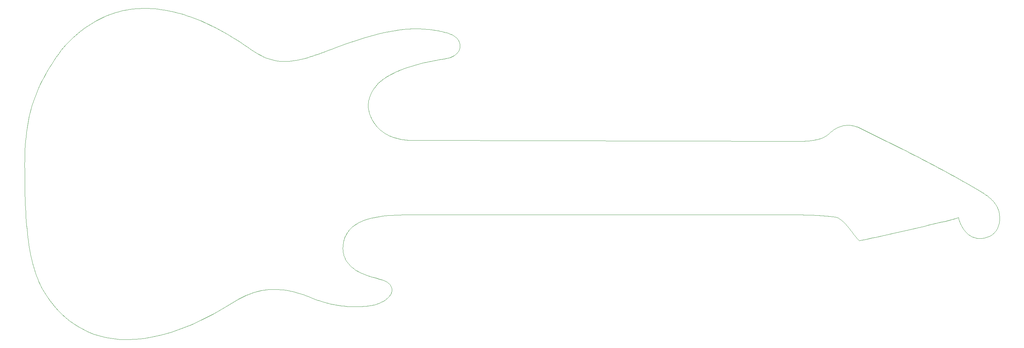
<source format=gm1>
G04 #@! TF.FileFunction,Profile,NP*
%FSLAX45Y45*%
G04 Gerber Fmt 4.5, Leading zero omitted, Abs format (unit mm)*
G04 Created by KiCad (PCBNEW 4.0.6-e0-6349~53~ubuntu16.04.1) date Fri May  5 11:32:33 2017*
%MOMM*%
%LPD*%
G01*
G04 APERTURE LIST*
%ADD10C,0.150000*%
%ADD11C,0.100000*%
G04 APERTURE END LIST*
D10*
D11*
X7997155Y-1011956D02*
X8033782Y-1011975D01*
X-8572475Y4297460D02*
X-8572498Y4297460D01*
X-8572498Y4297460D02*
X-8572475Y4297460D01*
X8082019Y878403D02*
X-1580341Y902212D01*
X-8492851Y4296101D02*
X-8572498Y4297460D01*
X-8412611Y4292511D02*
X-8492851Y4296101D01*
X-8331783Y4286693D02*
X-8412611Y4292511D01*
X-8250371Y4278650D02*
X-8331783Y4286693D01*
X-8168379Y4268385D02*
X-8250371Y4278650D01*
X-8085810Y4255900D02*
X-8168379Y4268385D01*
X-8002669Y4241196D02*
X-8085810Y4255900D01*
X-7918960Y4224278D02*
X-8002669Y4241196D01*
X-7834686Y4205148D02*
X-7918960Y4224278D01*
X-7749852Y4183807D02*
X-7834686Y4205148D01*
X-7664463Y4160258D02*
X-7749852Y4183807D01*
X-7578521Y4134505D02*
X-7664463Y4160258D01*
X-7492031Y4106549D02*
X-7578521Y4134505D01*
X-7404997Y4076394D02*
X-7492031Y4106549D01*
X-7317423Y4044040D02*
X-7404997Y4076394D01*
X-7229314Y4009492D02*
X-7317423Y4044040D01*
X-7140672Y3972752D02*
X-7229314Y4009492D01*
X-7051502Y3933821D02*
X-7140672Y3972752D01*
X-6961809Y3892704D02*
X-7051502Y3933821D01*
X-6871596Y3849401D02*
X-6961809Y3892704D01*
X-6780867Y3803916D02*
X-6871596Y3849401D01*
X-6689626Y3756252D02*
X-6780867Y3803916D01*
X-6597878Y3706410D02*
X-6689626Y3756252D01*
X-6505626Y3654393D02*
X-6597878Y3706410D01*
X-6412874Y3600204D02*
X-6505626Y3654393D01*
X-6319627Y3543846D02*
X-6412874Y3600204D01*
X-6225888Y3485320D02*
X-6319627Y3543846D01*
X-6131662Y3424629D02*
X-6225888Y3485320D01*
X-6036953Y3361777D02*
X-6131662Y3424629D01*
X-5941763Y3296764D02*
X-6036953Y3361777D01*
X-5846099Y3229595D02*
X-5941763Y3296764D01*
X-5780476Y3185766D02*
X-5846099Y3229595D01*
X-5715960Y3145851D02*
X-5780476Y3185766D01*
X-5652468Y3109738D02*
X-5715960Y3145851D01*
X-5589914Y3077316D02*
X-5652468Y3109738D01*
X-5528213Y3048473D02*
X-5589914Y3077316D01*
X-5467279Y3023097D02*
X-5528213Y3048473D01*
X-5407029Y3001077D02*
X-5467279Y3023097D01*
X-5347375Y2982302D02*
X-5407029Y3001077D01*
X-5288235Y2966659D02*
X-5347375Y2982302D01*
X-5229521Y2954037D02*
X-5288235Y2966659D01*
X-5171151Y2944325D02*
X-5229521Y2954037D01*
X-5113037Y2937411D02*
X-5171151Y2944325D01*
X-5055096Y2933183D02*
X-5113037Y2937411D01*
X-4997241Y2931531D02*
X-5055096Y2933183D01*
X-4939389Y2932341D02*
X-4997241Y2931531D01*
X-4881454Y2935503D02*
X-4939389Y2932341D01*
X-4823350Y2940905D02*
X-4881454Y2935503D01*
X-4764993Y2948436D02*
X-4823350Y2940905D01*
X-4706298Y2957983D02*
X-4764993Y2948436D01*
X-4647180Y2969436D02*
X-4706298Y2957983D01*
X-4587553Y2982683D02*
X-4647180Y2969436D01*
X-4527332Y2997612D02*
X-4587553Y2982683D01*
X-4466433Y3014111D02*
X-4527332Y2997612D01*
X-4404770Y3032070D02*
X-4466433Y3014111D01*
X-4342258Y3051375D02*
X-4404770Y3032070D01*
X-4278812Y3071917D02*
X-4342258Y3051375D01*
X-4214347Y3093583D02*
X-4278812Y3071917D01*
X-4148778Y3116262D02*
X-4214347Y3093583D01*
X-4082020Y3139841D02*
X-4148778Y3116262D01*
X-4013988Y3164210D02*
X-4082020Y3139841D01*
X-3944596Y3189258D02*
X-4013988Y3164210D01*
X-3862089Y3221173D02*
X-3944596Y3189258D01*
X-3780078Y3252551D02*
X-3862089Y3221173D01*
X-3698557Y3283356D02*
X-3780078Y3252551D01*
X-3617521Y3313553D02*
X-3698557Y3283356D01*
X-3536962Y3343109D02*
X-3617521Y3313553D01*
X-3456876Y3371988D02*
X-3536962Y3343109D01*
X-3377255Y3400157D02*
X-3456876Y3371988D01*
X-3298094Y3427581D02*
X-3377255Y3400157D01*
X-3219387Y3454225D02*
X-3298094Y3427581D01*
X-3141128Y3480056D02*
X-3219387Y3454225D01*
X-3063310Y3505038D02*
X-3141128Y3480056D01*
X-2985928Y3529137D02*
X-3063310Y3505038D01*
X-2908975Y3552319D02*
X-2985928Y3529137D01*
X-2832446Y3574549D02*
X-2908975Y3552319D01*
X-2756334Y3595793D02*
X-2832446Y3574549D01*
X-2680633Y3616016D02*
X-2756334Y3595793D01*
X-2605338Y3635184D02*
X-2680633Y3616016D01*
X-2530442Y3653263D02*
X-2605338Y3635184D01*
X-2455939Y3670217D02*
X-2530442Y3653263D01*
X-2381823Y3686014D02*
X-2455939Y3670217D01*
X-2308088Y3700617D02*
X-2381823Y3686014D01*
X-2234728Y3713993D02*
X-2308088Y3700617D01*
X-2161737Y3726107D02*
X-2234728Y3713993D01*
X-2089108Y3736926D02*
X-2161737Y3726107D01*
X-2016837Y3746413D02*
X-2089108Y3736926D01*
X-1944916Y3754535D02*
X-2016837Y3746413D01*
X-1873340Y3761258D02*
X-1944916Y3754535D01*
X-1802102Y3766547D02*
X-1873340Y3761258D01*
X-1731197Y3770367D02*
X-1802102Y3766547D01*
X-1660618Y3772685D02*
X-1731197Y3770367D01*
X-1590360Y3773465D02*
X-1660618Y3772685D01*
X-1562096Y3772426D02*
X-1590360Y3773465D01*
X-1533778Y3771252D02*
X-1562096Y3772426D01*
X-1505419Y3769932D02*
X-1533778Y3771252D01*
X-1477027Y3768457D02*
X-1505419Y3769932D01*
X-1448612Y3766817D02*
X-1477027Y3768457D01*
X-1420186Y3765001D02*
X-1448612Y3766817D01*
X-1391757Y3762998D02*
X-1420186Y3765001D01*
X-1363337Y3760800D02*
X-1391757Y3762998D01*
X-1334935Y3758394D02*
X-1363337Y3760800D01*
X-1306561Y3755773D02*
X-1334935Y3758394D01*
X-1278225Y3752924D02*
X-1306561Y3755773D01*
X-1249939Y3749838D02*
X-1278225Y3752924D01*
X-1221711Y3746505D02*
X-1249939Y3749838D01*
X-1193552Y3742914D02*
X-1221711Y3746505D01*
X-1165472Y3739056D02*
X-1193552Y3742914D01*
X-1137481Y3734919D02*
X-1165472Y3739056D01*
X-1109589Y3730495D02*
X-1137481Y3734919D01*
X-1081807Y3725772D02*
X-1109589Y3730495D01*
X-1054144Y3720740D02*
X-1081807Y3725772D01*
X-1026611Y3715390D02*
X-1054144Y3720740D01*
X-999218Y3709711D02*
X-1026611Y3715390D01*
X-971975Y3703692D02*
X-999218Y3709711D01*
X-944891Y3697324D02*
X-971975Y3703692D01*
X-917978Y3690597D02*
X-944891Y3697324D01*
X-891246Y3683500D02*
X-917978Y3690597D01*
X-864703Y3676022D02*
X-891246Y3683500D01*
X-838362Y3668155D02*
X-864703Y3676022D01*
X-812231Y3659887D02*
X-838362Y3668155D01*
X-786321Y3651208D02*
X-812231Y3659887D01*
X-760642Y3642108D02*
X-786321Y3651208D01*
X-735204Y3632578D02*
X-760642Y3642108D01*
X-705847Y3620047D02*
X-735204Y3632578D01*
X-678174Y3605930D02*
X-705847Y3620047D01*
X-652235Y3590336D02*
X-678174Y3605930D01*
X-628082Y3573378D02*
X-652235Y3590336D01*
X-605764Y3555168D02*
X-628082Y3573378D01*
X-585332Y3535817D02*
X-605764Y3555168D01*
X-566838Y3515437D02*
X-585332Y3535817D01*
X-550332Y3494139D02*
X-566838Y3515437D01*
X-535864Y3472036D02*
X-550332Y3494139D01*
X-523484Y3449238D02*
X-535864Y3472036D01*
X-513245Y3425857D02*
X-523484Y3449238D01*
X-505196Y3402006D02*
X-513245Y3425857D01*
X-499388Y3377795D02*
X-505196Y3402006D01*
X-495872Y3353337D02*
X-499388Y3377795D01*
X-494698Y3328743D02*
X-495872Y3353337D01*
X-495917Y3304124D02*
X-494698Y3328743D01*
X-499580Y3279592D02*
X-495917Y3304124D01*
X-505737Y3255260D02*
X-499580Y3279592D01*
X-514439Y3231238D02*
X-505737Y3255260D01*
X-525737Y3207638D02*
X-514439Y3231238D01*
X-539681Y3184572D02*
X-525737Y3207638D01*
X-556322Y3162152D02*
X-539681Y3184572D01*
X-575710Y3140488D02*
X-556322Y3162152D01*
X-597897Y3119694D02*
X-575710Y3140488D01*
X-622933Y3099880D02*
X-597897Y3119694D01*
X-650868Y3081158D02*
X-622933Y3099880D01*
X-681754Y3063639D02*
X-650868Y3081158D01*
X-715640Y3047436D02*
X-681754Y3063639D01*
X-752578Y3032661D02*
X-715640Y3047436D01*
X-792618Y3019423D02*
X-752578Y3032661D01*
X-835811Y3007836D02*
X-792618Y3019423D01*
X-903586Y2996981D02*
X-835811Y3007836D01*
X-970599Y2985846D02*
X-903586Y2996981D01*
X-1036841Y2974402D02*
X-970599Y2985846D01*
X-1102306Y2962621D02*
X-1036841Y2974402D01*
X-1166985Y2950474D02*
X-1102306Y2962621D01*
X-1230870Y2937934D02*
X-1166985Y2950474D01*
X-1293951Y2924972D02*
X-1230870Y2937934D01*
X-1356223Y2911558D02*
X-1293951Y2924972D01*
X-1417676Y2897666D02*
X-1356223Y2911558D01*
X-1478302Y2883267D02*
X-1417676Y2897666D01*
X-1538093Y2868332D02*
X-1478302Y2883267D01*
X-1597041Y2852833D02*
X-1538093Y2868332D01*
X-1655138Y2836741D02*
X-1597041Y2852833D01*
X-1712377Y2820028D02*
X-1655138Y2836741D01*
X-1768747Y2802666D02*
X-1712377Y2820028D01*
X-1824243Y2784626D02*
X-1768747Y2802666D01*
X-1878855Y2765880D02*
X-1824243Y2784626D01*
X-1932576Y2746400D02*
X-1878855Y2765880D01*
X-1985396Y2726157D02*
X-1932576Y2746400D01*
X-2037309Y2705122D02*
X-1985396Y2726157D01*
X-2088307Y2683268D02*
X-2037309Y2705122D01*
X-2138380Y2660566D02*
X-2088307Y2683268D01*
X-2187521Y2636987D02*
X-2138380Y2660566D01*
X-2235722Y2612503D02*
X-2187521Y2636987D01*
X-2282975Y2587087D02*
X-2235722Y2612503D01*
X-2329271Y2560708D02*
X-2282975Y2587087D01*
X-2374603Y2533340D02*
X-2329271Y2560708D01*
X-2418962Y2504953D02*
X-2374603Y2533340D01*
X-2462340Y2475519D02*
X-2418962Y2504953D01*
X-2504730Y2445010D02*
X-2462340Y2475519D01*
X-2546123Y2413398D02*
X-2504730Y2445010D01*
X-2587337Y2374125D02*
X-2546123Y2413398D01*
X-2625338Y2334338D02*
X-2587337Y2374125D01*
X-2660174Y2294086D02*
X-2625338Y2334338D01*
X-2691896Y2253420D02*
X-2660174Y2294086D01*
X-2720555Y2212392D02*
X-2691896Y2253420D01*
X-2746203Y2171052D02*
X-2720555Y2212392D01*
X-2768888Y2129450D02*
X-2746203Y2171052D01*
X-2788662Y2087637D02*
X-2768888Y2129450D01*
X-2805575Y2045665D02*
X-2788662Y2087637D01*
X-2819679Y2003583D02*
X-2805575Y2045665D01*
X-2831023Y1961442D02*
X-2819679Y2003583D01*
X-2839658Y1919294D02*
X-2831023Y1961442D01*
X-2845635Y1877188D02*
X-2839658Y1919294D01*
X-2849004Y1835175D02*
X-2845635Y1877188D01*
X-2849817Y1793307D02*
X-2849004Y1835175D01*
X-2848123Y1751633D02*
X-2849817Y1793307D01*
X-2843973Y1710205D02*
X-2848123Y1751633D01*
X-2837418Y1669073D02*
X-2843973Y1710205D01*
X-2828508Y1628288D02*
X-2837418Y1669073D01*
X-2817294Y1587901D02*
X-2828508Y1628288D01*
X-2803826Y1547962D02*
X-2817294Y1587901D01*
X-2788156Y1508522D02*
X-2803826Y1547962D01*
X-2770334Y1469631D02*
X-2788156Y1508522D01*
X-2750409Y1431341D02*
X-2770334Y1469631D01*
X-2728434Y1393702D02*
X-2750409Y1431341D01*
X-2704458Y1356765D02*
X-2728434Y1393702D01*
X-2678532Y1320580D02*
X-2704458Y1356765D01*
X-2650707Y1285198D02*
X-2678532Y1320580D01*
X-2621033Y1250670D02*
X-2650707Y1285198D01*
X-2589561Y1217047D02*
X-2621033Y1250670D01*
X-2556342Y1184379D02*
X-2589561Y1217047D01*
X-2535580Y1166108D02*
X-2556342Y1184379D01*
X-2514182Y1148349D02*
X-2535580Y1166108D01*
X-2492138Y1131114D02*
X-2514182Y1148349D01*
X-2469441Y1114412D02*
X-2492138Y1131114D01*
X-2446083Y1098254D02*
X-2469441Y1114412D01*
X-2422057Y1082649D02*
X-2446083Y1098254D01*
X-2397352Y1067608D02*
X-2422057Y1082649D01*
X-2371963Y1053140D02*
X-2397352Y1067608D01*
X-2345880Y1039257D02*
X-2371963Y1053140D01*
X-2319096Y1025968D02*
X-2345880Y1039257D01*
X-2291603Y1013284D02*
X-2319096Y1025968D01*
X-2263392Y1001215D02*
X-2291603Y1013284D01*
X-2234455Y989770D02*
X-2263392Y1001215D01*
X-2204785Y978960D02*
X-2234455Y989770D01*
X-2174373Y968795D02*
X-2204785Y978960D01*
X-2143211Y959286D02*
X-2174373Y968795D01*
X-2111292Y950442D02*
X-2143211Y959286D01*
X-2078606Y942275D02*
X-2111292Y950442D01*
X-2045147Y934792D02*
X-2078606Y942275D01*
X-2010906Y928006D02*
X-2045147Y934792D01*
X-1975875Y921927D02*
X-2010906Y928006D01*
X-1940046Y916563D02*
X-1975875Y921927D01*
X-1903411Y911927D02*
X-1940046Y916563D01*
X-1865961Y908027D02*
X-1903411Y911927D01*
X-1827689Y904874D02*
X-1865961Y908027D01*
X-1788587Y902478D02*
X-1827689Y904874D01*
X-1748647Y900850D02*
X-1788587Y902478D01*
X-1707860Y899999D02*
X-1748647Y900850D01*
X-1666219Y899935D02*
X-1707860Y899999D01*
X-1623715Y900670D02*
X-1666219Y899935D01*
X-1580341Y902212D02*
X-1623715Y900670D01*
X-1852073Y-1011956D02*
X7997155Y-1011956D01*
X8113231Y878348D02*
X8082019Y878403D01*
X8144537Y878361D02*
X8113231Y878348D01*
X8175907Y878477D02*
X8144537Y878361D01*
X8207309Y878730D02*
X8175907Y878477D01*
X8238714Y879156D02*
X8207309Y878730D01*
X8270092Y879787D02*
X8238714Y879156D01*
X8301412Y880660D02*
X8270092Y879787D01*
X8332644Y881808D02*
X8301412Y880660D01*
X8363757Y883266D02*
X8332644Y881808D01*
X8394723Y885069D02*
X8363757Y883266D01*
X8425509Y887250D02*
X8394723Y885069D01*
X8456085Y889844D02*
X8425509Y887250D01*
X8486423Y892887D02*
X8456085Y889844D01*
X8516490Y896412D02*
X8486423Y892887D01*
X8546258Y900453D02*
X8516490Y896412D01*
X8575695Y905046D02*
X8546258Y900453D01*
X8604772Y910225D02*
X8575695Y905046D01*
X8633457Y916025D02*
X8604772Y910225D01*
X8661722Y922479D02*
X8633457Y916025D01*
X8689535Y929622D02*
X8661722Y922479D01*
X8716866Y937490D02*
X8689535Y929622D01*
X8743685Y946115D02*
X8716866Y937490D01*
X8769962Y955534D02*
X8743685Y946115D01*
X8795667Y965779D02*
X8769962Y955534D01*
X8820768Y976887D02*
X8795667Y965779D01*
X8845237Y988891D02*
X8820768Y976887D01*
X8869042Y1001826D02*
X8845237Y988891D01*
X8892153Y1015726D02*
X8869042Y1001826D01*
X8914540Y1030626D02*
X8892153Y1015726D01*
X8936173Y1046560D02*
X8914540Y1030626D01*
X8957021Y1063563D02*
X8936173Y1046560D01*
X8982375Y1088109D02*
X8957021Y1063563D01*
X9007800Y1111072D02*
X8982375Y1088109D01*
X9033281Y1132484D02*
X9007800Y1111072D01*
X9058807Y1152380D02*
X9033281Y1132484D01*
X9084363Y1170791D02*
X9058807Y1152380D01*
X9109935Y1187753D02*
X9084363Y1170791D01*
X9135510Y1203298D02*
X9109935Y1187753D01*
X9161075Y1217458D02*
X9135510Y1203298D01*
X9186616Y1230269D02*
X9161075Y1217458D01*
X9212119Y1241762D02*
X9186616Y1230269D01*
X9237571Y1251971D02*
X9212119Y1241762D01*
X9262958Y1260930D02*
X9237571Y1251971D01*
X9288268Y1268672D02*
X9262958Y1260930D01*
X9313485Y1275229D02*
X9288268Y1268672D01*
X9338597Y1280636D02*
X9313485Y1275229D01*
X9363590Y1284926D02*
X9338597Y1280636D01*
X9388451Y1288131D02*
X9363590Y1284926D01*
X9413166Y1290285D02*
X9388451Y1288131D01*
X9437722Y1291422D02*
X9413166Y1290285D01*
X9462104Y1291575D02*
X9437722Y1291422D01*
X9486300Y1290777D02*
X9462104Y1291575D01*
X9510295Y1289061D02*
X9486300Y1290777D01*
X9534077Y1286461D02*
X9510295Y1289061D01*
X9557632Y1283009D02*
X9534077Y1286461D01*
X9580946Y1278740D02*
X9557632Y1283009D01*
X9604006Y1273687D02*
X9580946Y1278740D01*
X9626798Y1267882D02*
X9604006Y1273687D01*
X9649309Y1261359D02*
X9626798Y1267882D01*
X9671524Y1254152D02*
X9649309Y1261359D01*
X9693431Y1246293D02*
X9671524Y1254152D01*
X9715016Y1237817D02*
X9693431Y1246293D01*
X9815460Y1188969D02*
X9715016Y1237817D01*
X9916398Y1139782D02*
X9815460Y1188969D01*
X10017798Y1090255D02*
X9916398Y1139782D01*
X10119626Y1040384D02*
X10017798Y1090255D01*
X10221848Y990169D02*
X10119626Y1040384D01*
X10324431Y939608D02*
X10221848Y990169D01*
X10427341Y888698D02*
X10324431Y939608D01*
X10530545Y837438D02*
X10427341Y888698D01*
X10634008Y785826D02*
X10530545Y837438D01*
X10737698Y733861D02*
X10634008Y785826D01*
X10841580Y681540D02*
X10737698Y733861D01*
X10945622Y628861D02*
X10841580Y681540D01*
X11049788Y575823D02*
X10945622Y628861D01*
X11154047Y522424D02*
X11049788Y575823D01*
X11258363Y468661D02*
X11154047Y522424D01*
X11362705Y414534D02*
X11258363Y468661D01*
X11467037Y360041D02*
X11362705Y414534D01*
X11571326Y305179D02*
X11467037Y360041D01*
X11675539Y249946D02*
X11571326Y305179D01*
X11779642Y194342D02*
X11675539Y249946D01*
X11883602Y138364D02*
X11779642Y194342D01*
X11987384Y82009D02*
X11883602Y138364D01*
X12090956Y25277D02*
X11987384Y82009D01*
X12194283Y-31834D02*
X12090956Y25277D01*
X12297332Y-89327D02*
X12194283Y-31834D01*
X12400070Y-147203D02*
X12297332Y-89327D01*
X12502462Y-205463D02*
X12400070Y-147203D01*
X12604476Y-264111D02*
X12502462Y-205463D01*
X12706076Y-323147D02*
X12604476Y-264111D01*
X12807231Y-382574D02*
X12706076Y-323147D01*
X12907906Y-442393D02*
X12807231Y-382574D01*
X12937395Y-461841D02*
X12907906Y-442393D01*
X12965734Y-481256D02*
X12937395Y-461841D01*
X12992936Y-500653D02*
X12965734Y-481256D01*
X13019014Y-520047D02*
X12992936Y-500653D01*
X13043979Y-539454D02*
X13019014Y-520047D01*
X13067845Y-558889D02*
X13043979Y-539454D01*
X13090623Y-578368D02*
X13067845Y-558889D01*
X13112326Y-597906D02*
X13090623Y-578368D01*
X13132966Y-617519D02*
X13112326Y-597906D01*
X13152556Y-637222D02*
X13132966Y-617519D01*
X13171108Y-657030D02*
X13152556Y-637222D01*
X13188634Y-676959D02*
X13171108Y-657030D01*
X13205147Y-697025D02*
X13188634Y-676959D01*
X13220659Y-717242D02*
X13205147Y-697025D01*
X13235183Y-737626D02*
X13220659Y-717242D01*
X13248731Y-758194D02*
X13235183Y-737626D01*
X13261315Y-778959D02*
X13248731Y-758194D01*
X13272947Y-799938D02*
X13261315Y-778959D01*
X13283641Y-821146D02*
X13272947Y-799938D01*
X13293408Y-842598D02*
X13283641Y-821146D01*
X13302261Y-864311D02*
X13293408Y-842598D01*
X13310212Y-886298D02*
X13302261Y-864311D01*
X13317273Y-908577D02*
X13310212Y-886298D01*
X13323457Y-931161D02*
X13317273Y-908577D01*
X13328777Y-954068D02*
X13323457Y-931161D01*
X13333244Y-977311D02*
X13328777Y-954068D01*
X13336872Y-1000907D02*
X13333244Y-977311D01*
X13339671Y-1024871D02*
X13336872Y-1000907D01*
X13341656Y-1049218D02*
X13339671Y-1024871D01*
X13342837Y-1073964D02*
X13341656Y-1049218D01*
X13343228Y-1099125D02*
X13342837Y-1073964D01*
X13342589Y-1130697D02*
X13343228Y-1099125D01*
X13340697Y-1161328D02*
X13342589Y-1130697D01*
X13337574Y-1191014D02*
X13340697Y-1161328D01*
X13333242Y-1219749D02*
X13337574Y-1191014D01*
X13327722Y-1247529D02*
X13333242Y-1219749D01*
X13321036Y-1274350D02*
X13327722Y-1247529D01*
X13313206Y-1300208D02*
X13321036Y-1274350D01*
X13304253Y-1325098D02*
X13313206Y-1300208D01*
X13294198Y-1349016D02*
X13304253Y-1325098D01*
X13283064Y-1371957D02*
X13294198Y-1349016D01*
X13270872Y-1393917D02*
X13283064Y-1371957D01*
X13257643Y-1414892D02*
X13270872Y-1393917D01*
X13243400Y-1434877D02*
X13257643Y-1414892D01*
X13228164Y-1453868D02*
X13243400Y-1434877D01*
X13211955Y-1471860D02*
X13228164Y-1453868D01*
X13194797Y-1488849D02*
X13211955Y-1471860D01*
X13176711Y-1504831D02*
X13194797Y-1488849D01*
X13157718Y-1519801D02*
X13176711Y-1504831D01*
X13137840Y-1533755D02*
X13157718Y-1519801D01*
X13117098Y-1546689D02*
X13137840Y-1533755D01*
X13095514Y-1558598D02*
X13117098Y-1546689D01*
X13073110Y-1569477D02*
X13095514Y-1558598D01*
X13049908Y-1579323D02*
X13073110Y-1569477D01*
X13025928Y-1588131D02*
X13049908Y-1579323D01*
X13001193Y-1595896D02*
X13025928Y-1588131D01*
X12975724Y-1602614D02*
X13001193Y-1595896D01*
X12949542Y-1608281D02*
X12975724Y-1602614D01*
X12922670Y-1612893D02*
X12949542Y-1608281D01*
X12895129Y-1616444D02*
X12922670Y-1612893D01*
X12866941Y-1618931D02*
X12895129Y-1616444D01*
X12838127Y-1620349D02*
X12866941Y-1618931D01*
X12806145Y-1619127D02*
X12838127Y-1620349D01*
X12775175Y-1615960D02*
X12806145Y-1619127D01*
X12745211Y-1610938D02*
X12775175Y-1615960D01*
X12716246Y-1604151D02*
X12745211Y-1610938D01*
X12688275Y-1595688D02*
X12716246Y-1604151D01*
X12661290Y-1585640D02*
X12688275Y-1595688D01*
X12635285Y-1574096D02*
X12661290Y-1585640D01*
X12610255Y-1561146D02*
X12635285Y-1574096D01*
X12586192Y-1546879D02*
X12610255Y-1561146D01*
X12563091Y-1531386D02*
X12586192Y-1546879D01*
X12540945Y-1514756D02*
X12563091Y-1531386D01*
X12519747Y-1497079D02*
X12540945Y-1514756D01*
X12499492Y-1478445D02*
X12519747Y-1497079D01*
X12480172Y-1458943D02*
X12499492Y-1478445D01*
X12461782Y-1438663D02*
X12480172Y-1458943D01*
X12444316Y-1417696D02*
X12461782Y-1438663D01*
X12427766Y-1396130D02*
X12444316Y-1417696D01*
X12412127Y-1374056D02*
X12427766Y-1396130D01*
X12397392Y-1351563D02*
X12412127Y-1374056D01*
X12383556Y-1328741D02*
X12397392Y-1351563D01*
X12370610Y-1305680D02*
X12383556Y-1328741D01*
X12358550Y-1282469D02*
X12370610Y-1305680D01*
X12347369Y-1259199D02*
X12358550Y-1282469D01*
X12337060Y-1235959D02*
X12347369Y-1259199D01*
X12327617Y-1212839D02*
X12337060Y-1235959D01*
X12319034Y-1189929D02*
X12327617Y-1212839D01*
X12311305Y-1167318D02*
X12319034Y-1189929D01*
X12304423Y-1145097D02*
X12311305Y-1167318D01*
X12298381Y-1123354D02*
X12304423Y-1145097D01*
X12293174Y-1102180D02*
X12298381Y-1123354D01*
X12288795Y-1081665D02*
X12293174Y-1102180D01*
X12288416Y-1081808D02*
X12288795Y-1081665D01*
X12287288Y-1082231D02*
X12288416Y-1081808D01*
X12285423Y-1082921D02*
X12287288Y-1082231D01*
X12282837Y-1083870D02*
X12285423Y-1082921D01*
X12279543Y-1085065D02*
X12282837Y-1083870D01*
X12275555Y-1086496D02*
X12279543Y-1085065D01*
X12270885Y-1088153D02*
X12275555Y-1086496D01*
X12265549Y-1090024D02*
X12270885Y-1088153D01*
X12259559Y-1092099D02*
X12265549Y-1090024D01*
X12252929Y-1094367D02*
X12259559Y-1092099D01*
X12245674Y-1096817D02*
X12252929Y-1094367D01*
X12237807Y-1099439D02*
X12245674Y-1096817D01*
X12229341Y-1102221D02*
X12237807Y-1099439D01*
X12220290Y-1105153D02*
X12229341Y-1102221D01*
X12210668Y-1108225D02*
X12220290Y-1105153D01*
X12200489Y-1111424D02*
X12210668Y-1108225D01*
X12189766Y-1114742D02*
X12200489Y-1111424D01*
X12178513Y-1118166D02*
X12189766Y-1114742D01*
X12166744Y-1121686D02*
X12178513Y-1118166D01*
X12154472Y-1125291D02*
X12166744Y-1121686D01*
X12141712Y-1128971D02*
X12154472Y-1125291D01*
X12128477Y-1132714D02*
X12141712Y-1128971D01*
X12114780Y-1136511D02*
X12128477Y-1132714D01*
X12100635Y-1140349D02*
X12114780Y-1136511D01*
X12086057Y-1144219D02*
X12100635Y-1140349D01*
X12071058Y-1148110D02*
X12086057Y-1144219D01*
X12055653Y-1152010D02*
X12071058Y-1148110D01*
X12039855Y-1155909D02*
X12055653Y-1152010D01*
X12023678Y-1159797D02*
X12039855Y-1155909D01*
X12007135Y-1163662D02*
X12023678Y-1159797D01*
X11990241Y-1167494D02*
X12007135Y-1163662D01*
X11922132Y-1183785D02*
X11990241Y-1167494D01*
X11853020Y-1200284D02*
X11922132Y-1183785D01*
X11782981Y-1216972D02*
X11853020Y-1200284D01*
X11712086Y-1233829D02*
X11782981Y-1216972D01*
X11640410Y-1250833D02*
X11712086Y-1233829D01*
X11568026Y-1267964D02*
X11640410Y-1250833D01*
X11495007Y-1285201D02*
X11568026Y-1267964D01*
X11421427Y-1302526D02*
X11495007Y-1285201D01*
X11347360Y-1319916D02*
X11421427Y-1302526D01*
X11272879Y-1337351D02*
X11347360Y-1319916D01*
X11198057Y-1354812D02*
X11272879Y-1337351D01*
X11122968Y-1372278D02*
X11198057Y-1354812D01*
X11047685Y-1389727D02*
X11122968Y-1372278D01*
X10972282Y-1407140D02*
X11047685Y-1389727D01*
X10896832Y-1424497D02*
X10972282Y-1407140D01*
X10821409Y-1441776D02*
X10896832Y-1424497D01*
X10746086Y-1458958D02*
X10821409Y-1441776D01*
X10670937Y-1476022D02*
X10746086Y-1458958D01*
X10596034Y-1492948D02*
X10670937Y-1476022D01*
X10521453Y-1509715D02*
X10596034Y-1492948D01*
X10447266Y-1526302D02*
X10521453Y-1509715D01*
X10373546Y-1542690D02*
X10447266Y-1526302D01*
X10300367Y-1558858D02*
X10373546Y-1542690D01*
X10227803Y-1574785D02*
X10300367Y-1558858D01*
X10155926Y-1590451D02*
X10227803Y-1574785D01*
X10084811Y-1605836D02*
X10155926Y-1590451D01*
X10014531Y-1620918D02*
X10084811Y-1605836D01*
X9945160Y-1635679D02*
X10014531Y-1620918D01*
X9876770Y-1650097D02*
X9945160Y-1635679D01*
X9809436Y-1664151D02*
X9876770Y-1650097D01*
X9743230Y-1677823D02*
X9809436Y-1664151D01*
X9727168Y-1662756D02*
X9743230Y-1677823D01*
X9710770Y-1646049D02*
X9727168Y-1662756D01*
X9694042Y-1627839D02*
X9710770Y-1646049D01*
X9676991Y-1608266D02*
X9694042Y-1627839D01*
X9659622Y-1587465D02*
X9676991Y-1608266D01*
X9641940Y-1565576D02*
X9659622Y-1587465D01*
X9623953Y-1542736D02*
X9641940Y-1565576D01*
X9605665Y-1519083D02*
X9623953Y-1542736D01*
X9587083Y-1494755D02*
X9605665Y-1519083D01*
X9568212Y-1469890D02*
X9587083Y-1494755D01*
X9549058Y-1444625D02*
X9568212Y-1469890D01*
X9529628Y-1419100D02*
X9549058Y-1444625D01*
X9509926Y-1393450D02*
X9529628Y-1419100D01*
X9489959Y-1367815D02*
X9509926Y-1393450D01*
X9469733Y-1342333D02*
X9489959Y-1367815D01*
X9449253Y-1317140D02*
X9469733Y-1342333D01*
X9428526Y-1292376D02*
X9449253Y-1317140D01*
X9407557Y-1268178D02*
X9428526Y-1292376D01*
X9386352Y-1244683D02*
X9407557Y-1268178D01*
X9364916Y-1222030D02*
X9386352Y-1244683D01*
X9343257Y-1200357D02*
X9364916Y-1222030D01*
X9321379Y-1179801D02*
X9343257Y-1200357D01*
X9299289Y-1160501D02*
X9321379Y-1179801D01*
X9276992Y-1142594D02*
X9299289Y-1160501D01*
X9254494Y-1126218D02*
X9276992Y-1142594D01*
X9231801Y-1111511D02*
X9254494Y-1126218D01*
X9208920Y-1098611D02*
X9231801Y-1111511D01*
X9185855Y-1087656D02*
X9208920Y-1098611D01*
X9162612Y-1078784D02*
X9185855Y-1087656D01*
X9139198Y-1072132D02*
X9162612Y-1078784D01*
X9115619Y-1067839D02*
X9139198Y-1072132D01*
X9078439Y-1063141D02*
X9115619Y-1067839D01*
X9041442Y-1058711D02*
X9078439Y-1063141D01*
X9004617Y-1054540D02*
X9041442Y-1058711D01*
X8967953Y-1050621D02*
X9004617Y-1054540D01*
X8931437Y-1046945D02*
X8967953Y-1050621D01*
X8895060Y-1043507D02*
X8931437Y-1046945D01*
X8858809Y-1040297D02*
X8895060Y-1043507D01*
X8822673Y-1037308D02*
X8858809Y-1040297D01*
X8786641Y-1034533D02*
X8822673Y-1037308D01*
X8750701Y-1031963D02*
X8786641Y-1034533D01*
X8714842Y-1029592D02*
X8750701Y-1031963D01*
X8679053Y-1027411D02*
X8714842Y-1029592D01*
X8643322Y-1025413D02*
X8679053Y-1027411D01*
X8607637Y-1023590D02*
X8643322Y-1025413D01*
X8571989Y-1021934D02*
X8607637Y-1023590D01*
X8536364Y-1020438D02*
X8571989Y-1021934D01*
X8500752Y-1019094D02*
X8536364Y-1020438D01*
X8465141Y-1017895D02*
X8500752Y-1019094D01*
X8429521Y-1016832D02*
X8465141Y-1017895D01*
X8393879Y-1015899D02*
X8429521Y-1016832D01*
X8358204Y-1015087D02*
X8393879Y-1015899D01*
X8322485Y-1014388D02*
X8358204Y-1015087D01*
X8286711Y-1013796D02*
X8322485Y-1014388D01*
X8250869Y-1013302D02*
X8286711Y-1013796D01*
X8214950Y-1012899D02*
X8250869Y-1013302D01*
X8178941Y-1012579D02*
X8214950Y-1012899D01*
X8142831Y-1012334D02*
X8178941Y-1012579D01*
X8106609Y-1012157D02*
X8142831Y-1012334D01*
X8070263Y-1012040D02*
X8106609Y-1012157D01*
X8033782Y-1011975D02*
X8070263Y-1012040D01*
X-1955921Y-1012705D02*
X-1852073Y-1011956D01*
X-2055286Y-1014936D02*
X-1955921Y-1012705D01*
X-2150271Y-1018618D02*
X-2055286Y-1014936D01*
X-2240980Y-1023724D02*
X-2150271Y-1018618D01*
X-2327516Y-1030226D02*
X-2240980Y-1023724D01*
X-2409983Y-1038095D02*
X-2327516Y-1030226D01*
X-2488484Y-1047302D02*
X-2409983Y-1038095D01*
X-2563122Y-1057820D02*
X-2488484Y-1047302D01*
X-2634001Y-1069620D02*
X-2563122Y-1057820D01*
X-2701225Y-1082673D02*
X-2634001Y-1069620D01*
X-2764896Y-1096952D02*
X-2701225Y-1082673D01*
X-2825118Y-1112428D02*
X-2764896Y-1096952D01*
X-2881994Y-1129072D02*
X-2825118Y-1112428D01*
X-2935628Y-1146856D02*
X-2881994Y-1129072D01*
X-2986124Y-1165753D02*
X-2935628Y-1146856D01*
X-3033584Y-1185732D02*
X-2986124Y-1165753D01*
X-3078113Y-1206767D02*
X-3033584Y-1185732D01*
X-3119812Y-1228829D02*
X-3078113Y-1206767D01*
X-3158787Y-1251889D02*
X-3119812Y-1228829D01*
X-3195140Y-1275919D02*
X-3158787Y-1251889D01*
X-3228974Y-1300891D02*
X-3195140Y-1275919D01*
X-3260394Y-1326776D02*
X-3228974Y-1300891D01*
X-3289502Y-1353546D02*
X-3260394Y-1326776D01*
X-3316402Y-1381173D02*
X-3289502Y-1353546D01*
X-3341197Y-1409628D02*
X-3316402Y-1381173D01*
X-3363991Y-1438883D02*
X-3341197Y-1409628D01*
X-3384887Y-1468910D02*
X-3363991Y-1438883D01*
X-3403988Y-1499679D02*
X-3384887Y-1468910D01*
X-3421398Y-1531164D02*
X-3403988Y-1499679D01*
X-3437221Y-1563335D02*
X-3421398Y-1531164D01*
X-3451559Y-1596164D02*
X-3437221Y-1563335D01*
X-3460851Y-1626293D02*
X-3451559Y-1596164D01*
X-3469235Y-1656230D02*
X-3460851Y-1626293D01*
X-3476684Y-1685971D02*
X-3469235Y-1656230D01*
X-3483168Y-1715511D02*
X-3476684Y-1685971D01*
X-3488659Y-1744847D02*
X-3483168Y-1715511D01*
X-3493129Y-1773975D02*
X-3488659Y-1744847D01*
X-3496550Y-1802890D02*
X-3493129Y-1773975D01*
X-3498893Y-1831588D02*
X-3496550Y-1802890D01*
X-3500130Y-1860066D02*
X-3498893Y-1831588D01*
X-3500233Y-1888318D02*
X-3500130Y-1860066D01*
X-3499172Y-1916342D02*
X-3500233Y-1888318D01*
X-3496920Y-1944132D02*
X-3499172Y-1916342D01*
X-3493448Y-1971685D02*
X-3496920Y-1944132D01*
X-3488728Y-1998997D02*
X-3493448Y-1971685D01*
X-3482732Y-2026064D02*
X-3488728Y-1998997D01*
X-3475430Y-2052880D02*
X-3482732Y-2026064D01*
X-3466796Y-2079444D02*
X-3475430Y-2052880D01*
X-3456799Y-2105749D02*
X-3466796Y-2079444D01*
X-3445413Y-2131793D02*
X-3456799Y-2105749D01*
X-3432608Y-2157570D02*
X-3445413Y-2131793D01*
X-3418357Y-2183078D02*
X-3432608Y-2157570D01*
X-3402630Y-2208311D02*
X-3418357Y-2183078D01*
X-3385399Y-2233266D02*
X-3402630Y-2208311D01*
X-3366637Y-2257939D02*
X-3385399Y-2233266D01*
X-3346314Y-2282325D02*
X-3366637Y-2257939D01*
X-3324403Y-2306421D02*
X-3346314Y-2282325D01*
X-3300874Y-2330221D02*
X-3324403Y-2306421D01*
X-3275700Y-2353724D02*
X-3300874Y-2330221D01*
X-3248852Y-2376923D02*
X-3275700Y-2353724D01*
X-3220302Y-2399815D02*
X-3248852Y-2376923D01*
X-3190021Y-2422396D02*
X-3220302Y-2399815D01*
X-3145401Y-2449439D02*
X-3190021Y-2422396D01*
X-3101155Y-2474131D02*
X-3145401Y-2449439D01*
X-3057339Y-2496640D02*
X-3101155Y-2474131D01*
X-3014014Y-2517130D02*
X-3057339Y-2496640D01*
X-2971237Y-2535770D02*
X-3014014Y-2517130D01*
X-2929069Y-2552725D02*
X-2971237Y-2535770D01*
X-2887567Y-2568161D02*
X-2929069Y-2552725D01*
X-2846790Y-2582245D02*
X-2887567Y-2568161D01*
X-2806797Y-2595144D02*
X-2846790Y-2582245D01*
X-2767647Y-2607025D02*
X-2806797Y-2595144D01*
X-2729398Y-2618052D02*
X-2767647Y-2607025D01*
X-2692110Y-2628393D02*
X-2729398Y-2618052D01*
X-2655842Y-2638215D02*
X-2692110Y-2628393D01*
X-2620651Y-2647684D02*
X-2655842Y-2638215D01*
X-2586596Y-2656965D02*
X-2620651Y-2647684D01*
X-2553737Y-2666227D02*
X-2586596Y-2656965D01*
X-2522133Y-2675634D02*
X-2553737Y-2666227D01*
X-2491841Y-2685355D02*
X-2522133Y-2675634D01*
X-2462922Y-2695554D02*
X-2491841Y-2685355D01*
X-2435433Y-2706398D02*
X-2462922Y-2695554D01*
X-2409433Y-2718055D02*
X-2435433Y-2706398D01*
X-2384981Y-2730690D02*
X-2409433Y-2718055D01*
X-2362136Y-2744470D02*
X-2384981Y-2730690D01*
X-2340957Y-2759560D02*
X-2362136Y-2744470D01*
X-2321503Y-2776129D02*
X-2340957Y-2759560D01*
X-2303831Y-2794342D02*
X-2321503Y-2776129D01*
X-2288002Y-2814365D02*
X-2303831Y-2794342D01*
X-2274073Y-2836365D02*
X-2288002Y-2814365D01*
X-2262104Y-2860509D02*
X-2274073Y-2836365D01*
X-2252154Y-2886963D02*
X-2262104Y-2860509D01*
X-2244280Y-2915893D02*
X-2252154Y-2886963D01*
X-2243233Y-2937091D02*
X-2244280Y-2915893D01*
X-2243943Y-2957786D02*
X-2243233Y-2937091D01*
X-2246345Y-2977979D02*
X-2243943Y-2957786D01*
X-2250375Y-2997669D02*
X-2246345Y-2977979D01*
X-2255967Y-3016857D02*
X-2250375Y-2997669D01*
X-2263056Y-3035541D02*
X-2255967Y-3016857D01*
X-2271578Y-3053723D02*
X-2263056Y-3035541D01*
X-2281468Y-3071402D02*
X-2271578Y-3053723D01*
X-2292661Y-3088579D02*
X-2281468Y-3071402D01*
X-2305092Y-3105252D02*
X-2292661Y-3088579D01*
X-2318696Y-3121423D02*
X-2305092Y-3105252D01*
X-2333409Y-3137090D02*
X-2318696Y-3121423D01*
X-2349165Y-3152255D02*
X-2333409Y-3137090D01*
X-2365900Y-3166916D02*
X-2349165Y-3152255D01*
X-2383548Y-3181074D02*
X-2365900Y-3166916D01*
X-2402046Y-3194730D02*
X-2383548Y-3181074D01*
X-2421328Y-3207881D02*
X-2402046Y-3194730D01*
X-2441329Y-3220530D02*
X-2421328Y-3207881D01*
X-2461985Y-3232675D02*
X-2441329Y-3220530D01*
X-2483230Y-3244317D02*
X-2461985Y-3232675D01*
X-2505000Y-3255456D02*
X-2483230Y-3244317D01*
X-2527230Y-3266091D02*
X-2505000Y-3255456D01*
X-2549855Y-3276222D02*
X-2527230Y-3266091D01*
X-2572810Y-3285850D02*
X-2549855Y-3276222D01*
X-2596030Y-3294974D02*
X-2572810Y-3285850D01*
X-2619451Y-3303595D02*
X-2596030Y-3294974D01*
X-2643007Y-3311712D02*
X-2619451Y-3303595D01*
X-2666634Y-3319325D02*
X-2643007Y-3311712D01*
X-2690267Y-3326435D02*
X-2666634Y-3319325D01*
X-2713841Y-3333040D02*
X-2690267Y-3326435D01*
X-2737291Y-3339142D02*
X-2713841Y-3333040D01*
X-2793511Y-3347353D02*
X-2737291Y-3339142D01*
X-2849235Y-3354450D02*
X-2793511Y-3347353D01*
X-2904468Y-3360451D02*
X-2849235Y-3354450D01*
X-2959218Y-3365374D02*
X-2904468Y-3360451D01*
X-3013490Y-3369237D02*
X-2959218Y-3365374D01*
X-3067291Y-3372060D02*
X-3013490Y-3369237D01*
X-3120625Y-3373859D02*
X-3067291Y-3372060D01*
X-3173500Y-3374654D02*
X-3120625Y-3373859D01*
X-3225921Y-3374462D02*
X-3173500Y-3374654D01*
X-3277895Y-3373302D02*
X-3225921Y-3374462D01*
X-3329426Y-3371192D02*
X-3277895Y-3373302D01*
X-3380523Y-3368151D02*
X-3329426Y-3371192D01*
X-3431190Y-3364197D02*
X-3380523Y-3368151D01*
X-3481434Y-3359348D02*
X-3431190Y-3364197D01*
X-3531260Y-3353622D02*
X-3481434Y-3359348D01*
X-3580675Y-3347038D02*
X-3531260Y-3353622D01*
X-3629684Y-3339614D02*
X-3580675Y-3347038D01*
X-3678295Y-3331369D02*
X-3629684Y-3339614D01*
X-3726512Y-3322319D02*
X-3678295Y-3331369D01*
X-3774342Y-3312485D02*
X-3726512Y-3322319D01*
X-3821791Y-3301884D02*
X-3774342Y-3312485D01*
X-3868865Y-3290534D02*
X-3821791Y-3301884D01*
X-3915570Y-3278454D02*
X-3868865Y-3290534D01*
X-3961912Y-3265663D02*
X-3915570Y-3278454D01*
X-4007898Y-3252177D02*
X-3961912Y-3265663D01*
X-4053532Y-3238016D02*
X-4007898Y-3252177D01*
X-4098822Y-3223198D02*
X-4053532Y-3238016D01*
X-4143772Y-3207741D02*
X-4098822Y-3223198D01*
X-4188390Y-3191664D02*
X-4143772Y-3207741D01*
X-4232682Y-3174985D02*
X-4188390Y-3191664D01*
X-4276653Y-3157721D02*
X-4232682Y-3174985D01*
X-4333219Y-3134683D02*
X-4276653Y-3157721D01*
X-4389987Y-3112422D02*
X-4333219Y-3134683D01*
X-4446973Y-3091024D02*
X-4389987Y-3112422D01*
X-4504189Y-3070573D02*
X-4446973Y-3091024D01*
X-4561651Y-3051156D02*
X-4504189Y-3070573D01*
X-4619372Y-3032857D02*
X-4561651Y-3051156D01*
X-4677366Y-3015762D02*
X-4619372Y-3032857D01*
X-4735649Y-2999955D02*
X-4677366Y-3015762D01*
X-4794233Y-2985523D02*
X-4735649Y-2999955D01*
X-4853133Y-2972549D02*
X-4794233Y-2985523D01*
X-4912364Y-2961120D02*
X-4853133Y-2972549D01*
X-4971939Y-2951320D02*
X-4912364Y-2961120D01*
X-5031873Y-2943235D02*
X-4971939Y-2951320D01*
X-5092179Y-2936950D02*
X-5031873Y-2943235D01*
X-5152873Y-2932549D02*
X-5092179Y-2936950D01*
X-5213967Y-2930119D02*
X-5152873Y-2932549D01*
X-5275478Y-2929745D02*
X-5213967Y-2930119D01*
X-5337417Y-2931511D02*
X-5275478Y-2929745D01*
X-5399801Y-2935502D02*
X-5337417Y-2931511D01*
X-5462642Y-2941805D02*
X-5399801Y-2935502D01*
X-5525956Y-2950504D02*
X-5462642Y-2941805D01*
X-5589755Y-2961684D02*
X-5525956Y-2950504D01*
X-5654056Y-2975431D02*
X-5589755Y-2961684D01*
X-5718871Y-2991830D02*
X-5654056Y-2975431D01*
X-5784214Y-3010965D02*
X-5718871Y-2991830D01*
X-5850101Y-3032922D02*
X-5784214Y-3010965D01*
X-5916545Y-3057787D02*
X-5850101Y-3032922D01*
X-5983561Y-3085645D02*
X-5916545Y-3057787D01*
X-6051162Y-3116580D02*
X-5983561Y-3085645D01*
X-6119363Y-3150677D02*
X-6051162Y-3116580D01*
X-6188178Y-3188023D02*
X-6119363Y-3150677D01*
X-6505990Y-3383656D02*
X-6188178Y-3188023D01*
X-6811156Y-3555898D02*
X-6505990Y-3383656D01*
X-7103907Y-3705763D02*
X-6811156Y-3555898D01*
X-7384473Y-3834266D02*
X-7103907Y-3705763D01*
X-7653086Y-3942422D02*
X-7384473Y-3834266D01*
X-7909976Y-4031246D02*
X-7653086Y-3942422D01*
X-8155376Y-4101751D02*
X-7909976Y-4031246D01*
X-8389515Y-4154952D02*
X-8155376Y-4101751D01*
X-8612624Y-4191864D02*
X-8389515Y-4154952D01*
X-8824936Y-4213502D02*
X-8612624Y-4191864D01*
X-9026680Y-4220879D02*
X-8824936Y-4213502D01*
X-9218088Y-4215011D02*
X-9026680Y-4220879D01*
X-9399391Y-4196912D02*
X-9218088Y-4215011D01*
X-9570821Y-4167595D02*
X-9399391Y-4196912D01*
X-9732607Y-4128077D02*
X-9570821Y-4167595D01*
X-9884981Y-4079372D02*
X-9732607Y-4128077D01*
X-10028174Y-4022493D02*
X-9884981Y-4079372D01*
X-10162418Y-3958456D02*
X-10028174Y-4022493D01*
X-10287942Y-3888275D02*
X-10162418Y-3958456D01*
X-10404979Y-3812964D02*
X-10287942Y-3888275D01*
X-10513759Y-3733539D02*
X-10404979Y-3812964D01*
X-10614514Y-3651013D02*
X-10513759Y-3733539D01*
X-10707473Y-3566401D02*
X-10614514Y-3651013D01*
X-10792870Y-3480718D02*
X-10707473Y-3566401D01*
X-10870933Y-3394978D02*
X-10792870Y-3480718D01*
X-10941895Y-3310196D02*
X-10870933Y-3394978D01*
X-11005987Y-3227386D02*
X-10941895Y-3310196D01*
X-11063439Y-3147563D02*
X-11005987Y-3227386D01*
X-11114482Y-3071741D02*
X-11063439Y-3147563D01*
X-11159348Y-3000935D02*
X-11114482Y-3071741D01*
X-11198268Y-2936159D02*
X-11159348Y-3000935D01*
X-11234331Y-2868702D02*
X-11198268Y-2936159D01*
X-11268555Y-2798937D02*
X-11234331Y-2868702D01*
X-11300985Y-2726886D02*
X-11268555Y-2798937D01*
X-11331665Y-2652569D02*
X-11300985Y-2726886D01*
X-11360639Y-2576005D02*
X-11331665Y-2652569D01*
X-11387953Y-2497215D02*
X-11360639Y-2576005D01*
X-11413650Y-2416220D02*
X-11387953Y-2497215D01*
X-11437775Y-2333039D02*
X-11413650Y-2416220D01*
X-11460373Y-2247694D02*
X-11437775Y-2333039D01*
X-11481488Y-2160203D02*
X-11460373Y-2247694D01*
X-11501165Y-2070589D02*
X-11481488Y-2160203D01*
X-11519448Y-1978870D02*
X-11501165Y-2070589D01*
X-11536382Y-1885067D02*
X-11519448Y-1978870D01*
X-11552011Y-1789201D02*
X-11536382Y-1885067D01*
X-11566380Y-1691292D02*
X-11552011Y-1789201D01*
X-11579533Y-1591359D02*
X-11566380Y-1691292D01*
X-11591515Y-1489424D02*
X-11579533Y-1591359D01*
X-11602371Y-1385507D02*
X-11591515Y-1489424D01*
X-11612144Y-1279627D02*
X-11602371Y-1385507D01*
X-11620879Y-1171806D02*
X-11612144Y-1279627D01*
X-11628622Y-1062063D02*
X-11620879Y-1171806D01*
X-11635415Y-950419D02*
X-11628622Y-1062063D01*
X-11641305Y-836894D02*
X-11635415Y-950419D01*
X-11646335Y-721509D02*
X-11641305Y-836894D01*
X-11650550Y-604283D02*
X-11646335Y-721509D01*
X-11653994Y-485237D02*
X-11650550Y-604283D01*
X-11656712Y-364391D02*
X-11653994Y-485237D01*
X-11658749Y-241765D02*
X-11656712Y-364391D01*
X-11660149Y-117381D02*
X-11658749Y-241765D01*
X-11660956Y8742D02*
X-11660149Y-117381D01*
X-11661215Y136584D02*
X-11660956Y8742D01*
X-11662217Y270118D02*
X-11661215Y136584D01*
X-11661315Y399790D02*
X-11662217Y270118D01*
X-11658493Y525765D02*
X-11661315Y399790D01*
X-11653730Y648207D02*
X-11658493Y525765D01*
X-11647011Y767281D02*
X-11653730Y648207D01*
X-11638315Y883151D02*
X-11647011Y767281D01*
X-11627625Y995981D02*
X-11638315Y883151D01*
X-11614922Y1105936D02*
X-11627625Y995981D01*
X-11600190Y1213180D02*
X-11614922Y1105936D01*
X-11583408Y1317877D02*
X-11600190Y1213180D01*
X-11564559Y1420192D02*
X-11583408Y1317877D01*
X-11543626Y1520290D02*
X-11564559Y1420192D01*
X-11520589Y1618334D02*
X-11543626Y1520290D01*
X-11495430Y1714488D02*
X-11520589Y1618334D01*
X-11468132Y1808918D02*
X-11495430Y1714488D01*
X-11438675Y1901788D02*
X-11468132Y1808918D01*
X-11407043Y1993262D02*
X-11438675Y1901788D01*
X-11373216Y2083504D02*
X-11407043Y1993262D01*
X-11337177Y2172679D02*
X-11373216Y2083504D01*
X-11298906Y2260951D02*
X-11337177Y2172679D01*
X-11258387Y2348485D02*
X-11298906Y2260951D01*
X-11215601Y2435444D02*
X-11258387Y2348485D01*
X-11170529Y2521994D02*
X-11215601Y2435444D01*
X-11123153Y2608298D02*
X-11170529Y2521994D01*
X-11073456Y2694521D02*
X-11123153Y2608298D01*
X-11021419Y2780828D02*
X-11073456Y2694521D01*
X-10967023Y2867382D02*
X-11021419Y2780828D01*
X-10910251Y2954348D02*
X-10967023Y2867382D01*
X-10851085Y3041891D02*
X-10910251Y2954348D01*
X-10789505Y3130175D02*
X-10851085Y3041891D01*
X-10725495Y3219363D02*
X-10789505Y3130175D01*
X-10666231Y3288405D02*
X-10725495Y3219363D01*
X-10606248Y3355139D02*
X-10666231Y3288405D01*
X-10545551Y3419567D02*
X-10606248Y3355139D01*
X-10484143Y3481691D02*
X-10545551Y3419567D01*
X-10422030Y3541514D02*
X-10484143Y3481691D01*
X-10359213Y3599039D02*
X-10422030Y3541514D01*
X-10295699Y3654269D02*
X-10359213Y3599039D01*
X-10231491Y3707204D02*
X-10295699Y3654269D01*
X-10166592Y3757849D02*
X-10231491Y3707204D01*
X-10101008Y3806205D02*
X-10166592Y3757849D01*
X-10034741Y3852275D02*
X-10101008Y3806205D01*
X-9967797Y3896062D02*
X-10034741Y3852275D01*
X-9900179Y3937568D02*
X-9967797Y3896062D01*
X-9831891Y3976795D02*
X-9900179Y3937568D01*
X-9762938Y4013746D02*
X-9831891Y3976795D01*
X-9693323Y4048424D02*
X-9762938Y4013746D01*
X-9623050Y4080831D02*
X-9693323Y4048424D01*
X-9552125Y4110969D02*
X-9623050Y4080831D01*
X-9480549Y4138841D02*
X-9552125Y4110969D01*
X-9408329Y4164450D02*
X-9480549Y4138841D01*
X-9335467Y4187797D02*
X-9408329Y4164450D01*
X-9261968Y4208886D02*
X-9335467Y4187797D01*
X-9187836Y4227719D02*
X-9261968Y4208886D01*
X-9113075Y4244298D02*
X-9187836Y4227719D01*
X-9037688Y4258626D02*
X-9113075Y4244298D01*
X-8961681Y4270705D02*
X-9037688Y4258626D01*
X-8885058Y4280539D02*
X-8961681Y4270705D01*
X-8807821Y4288128D02*
X-8885058Y4280539D01*
X-8729976Y4293477D02*
X-8807821Y4288128D01*
X-8651526Y4296587D02*
X-8729976Y4293477D01*
X-8572475Y4297460D02*
X-8651526Y4296587D01*
M02*

</source>
